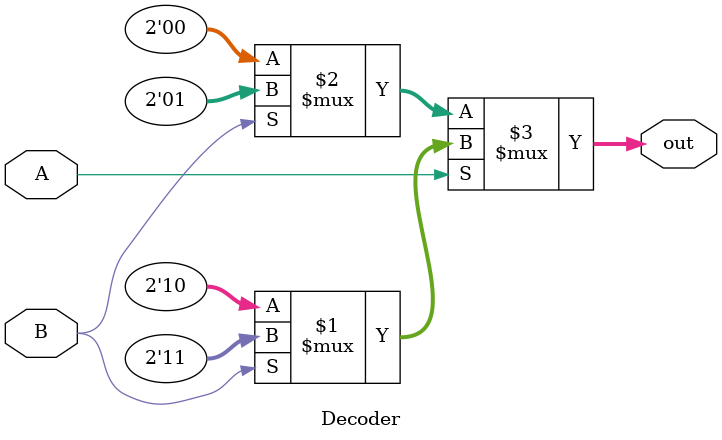
<source format=v>
module Decoder(
    input A,B,
    output [1:0] out);
    assign out = A ? (B ? 2'b11:2'b10):(B ? 2'b01:2'b00);
endmodule

</source>
